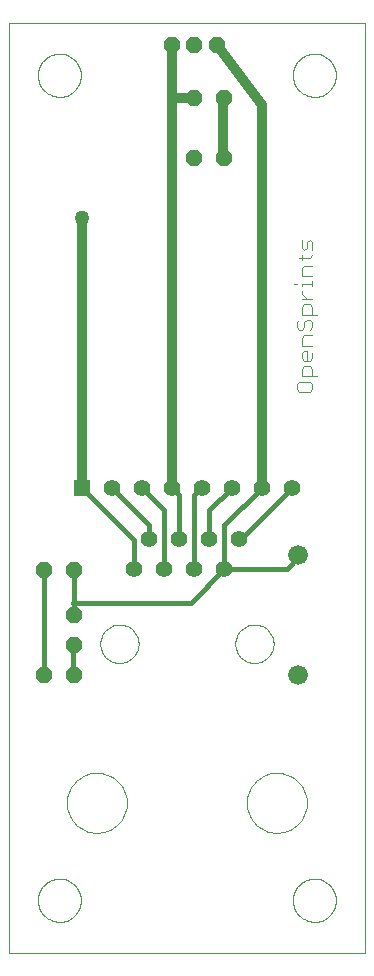
<source format=gtl>
G75*
G70*
%OFA0B0*%
%FSLAX24Y24*%
%IPPOS*%
%LPD*%
%AMOC8*
5,1,8,0,0,1.08239X$1,22.5*
%
%ADD10C,0.0000*%
%ADD11C,0.0040*%
%ADD12OC8,0.0520*%
%ADD13C,0.0660*%
%ADD14C,0.0550*%
%ADD15R,0.0554X0.0554*%
%ADD16OC8,0.0554*%
%ADD17C,0.0160*%
%ADD18C,0.0320*%
%ADD19C,0.0500*%
D10*
X001246Y000107D02*
X001246Y031104D01*
X013116Y031104D01*
X013116Y000107D01*
X001246Y000107D01*
X002211Y001855D02*
X002214Y001920D01*
X002223Y001985D01*
X002238Y002049D01*
X002258Y002111D01*
X002284Y002172D01*
X002316Y002229D01*
X002352Y002283D01*
X002394Y002334D01*
X002440Y002381D01*
X002489Y002424D01*
X002543Y002462D01*
X002600Y002494D01*
X002659Y002522D01*
X002721Y002544D01*
X002785Y002560D01*
X002849Y002570D01*
X002915Y002575D01*
X002980Y002573D01*
X003045Y002566D01*
X003109Y002553D01*
X003172Y002533D01*
X003233Y002509D01*
X003291Y002479D01*
X003346Y002443D01*
X003398Y002403D01*
X003446Y002358D01*
X003490Y002309D01*
X003529Y002257D01*
X003563Y002201D01*
X003591Y002142D01*
X003615Y002081D01*
X003632Y002017D01*
X003644Y001953D01*
X003650Y001888D01*
X003650Y001822D01*
X003644Y001757D01*
X003632Y001693D01*
X003615Y001629D01*
X003591Y001568D01*
X003563Y001509D01*
X003529Y001453D01*
X003490Y001401D01*
X003446Y001352D01*
X003398Y001307D01*
X003346Y001267D01*
X003291Y001231D01*
X003233Y001201D01*
X003172Y001177D01*
X003109Y001157D01*
X003045Y001144D01*
X002980Y001137D01*
X002915Y001135D01*
X002849Y001140D01*
X002785Y001150D01*
X002721Y001166D01*
X002659Y001188D01*
X002600Y001216D01*
X002543Y001248D01*
X002489Y001286D01*
X002440Y001329D01*
X002394Y001376D01*
X002352Y001427D01*
X002316Y001481D01*
X002284Y001538D01*
X002258Y001599D01*
X002238Y001661D01*
X002223Y001725D01*
X002214Y001790D01*
X002211Y001855D01*
X003181Y005105D02*
X003185Y005196D01*
X003198Y005286D01*
X003218Y005375D01*
X003247Y005461D01*
X003283Y005545D01*
X003327Y005625D01*
X003377Y005700D01*
X003435Y005771D01*
X003498Y005836D01*
X003568Y005895D01*
X003642Y005947D01*
X003721Y005993D01*
X003804Y006031D01*
X003889Y006062D01*
X003978Y006084D01*
X004067Y006099D01*
X004158Y006105D01*
X004249Y006103D01*
X004340Y006092D01*
X004429Y006074D01*
X004516Y006047D01*
X004600Y006013D01*
X004681Y005971D01*
X004758Y005922D01*
X004830Y005866D01*
X004896Y005804D01*
X004957Y005736D01*
X005011Y005663D01*
X005058Y005585D01*
X005098Y005503D01*
X005131Y005418D01*
X005155Y005331D01*
X005172Y005241D01*
X005180Y005151D01*
X005180Y005059D01*
X005172Y004969D01*
X005155Y004879D01*
X005131Y004792D01*
X005098Y004707D01*
X005058Y004625D01*
X005011Y004547D01*
X004957Y004474D01*
X004896Y004406D01*
X004830Y004344D01*
X004758Y004288D01*
X004681Y004239D01*
X004600Y004197D01*
X004516Y004163D01*
X004429Y004136D01*
X004340Y004118D01*
X004249Y004107D01*
X004158Y004105D01*
X004067Y004111D01*
X003978Y004126D01*
X003889Y004148D01*
X003804Y004179D01*
X003721Y004217D01*
X003642Y004263D01*
X003568Y004315D01*
X003498Y004374D01*
X003435Y004439D01*
X003377Y004510D01*
X003327Y004585D01*
X003283Y004665D01*
X003247Y004749D01*
X003218Y004835D01*
X003198Y004924D01*
X003185Y005014D01*
X003181Y005105D01*
X004291Y010405D02*
X004294Y010463D01*
X004302Y010521D01*
X004315Y010578D01*
X004333Y010633D01*
X004356Y010686D01*
X004384Y010738D01*
X004417Y010786D01*
X004453Y010831D01*
X004494Y010873D01*
X004539Y010911D01*
X004586Y010944D01*
X004637Y010973D01*
X004689Y010998D01*
X004744Y011017D01*
X004801Y011032D01*
X004858Y011041D01*
X004916Y011045D01*
X004975Y011044D01*
X005033Y011037D01*
X005090Y011025D01*
X005145Y011008D01*
X005199Y010986D01*
X005251Y010959D01*
X005300Y010928D01*
X005346Y010892D01*
X005389Y010852D01*
X005427Y010809D01*
X005462Y010762D01*
X005492Y010712D01*
X005518Y010660D01*
X005539Y010606D01*
X005554Y010549D01*
X005565Y010492D01*
X005570Y010434D01*
X005570Y010376D01*
X005565Y010318D01*
X005554Y010261D01*
X005539Y010204D01*
X005518Y010150D01*
X005492Y010098D01*
X005462Y010048D01*
X005427Y010001D01*
X005389Y009958D01*
X005346Y009918D01*
X005300Y009882D01*
X005251Y009851D01*
X005199Y009824D01*
X005145Y009802D01*
X005090Y009785D01*
X005033Y009773D01*
X004975Y009766D01*
X004916Y009765D01*
X004858Y009769D01*
X004801Y009778D01*
X004744Y009793D01*
X004689Y009812D01*
X004637Y009837D01*
X004586Y009866D01*
X004539Y009899D01*
X004494Y009937D01*
X004453Y009979D01*
X004417Y010024D01*
X004384Y010072D01*
X004356Y010124D01*
X004333Y010177D01*
X004315Y010232D01*
X004302Y010289D01*
X004294Y010347D01*
X004291Y010405D01*
X008791Y010405D02*
X008794Y010463D01*
X008802Y010521D01*
X008815Y010578D01*
X008833Y010633D01*
X008856Y010686D01*
X008884Y010738D01*
X008917Y010786D01*
X008953Y010831D01*
X008994Y010873D01*
X009039Y010911D01*
X009086Y010944D01*
X009137Y010973D01*
X009189Y010998D01*
X009244Y011017D01*
X009301Y011032D01*
X009358Y011041D01*
X009416Y011045D01*
X009475Y011044D01*
X009533Y011037D01*
X009590Y011025D01*
X009645Y011008D01*
X009699Y010986D01*
X009751Y010959D01*
X009800Y010928D01*
X009846Y010892D01*
X009889Y010852D01*
X009927Y010809D01*
X009962Y010762D01*
X009992Y010712D01*
X010018Y010660D01*
X010039Y010606D01*
X010054Y010549D01*
X010065Y010492D01*
X010070Y010434D01*
X010070Y010376D01*
X010065Y010318D01*
X010054Y010261D01*
X010039Y010204D01*
X010018Y010150D01*
X009992Y010098D01*
X009962Y010048D01*
X009927Y010001D01*
X009889Y009958D01*
X009846Y009918D01*
X009800Y009882D01*
X009751Y009851D01*
X009699Y009824D01*
X009645Y009802D01*
X009590Y009785D01*
X009533Y009773D01*
X009475Y009766D01*
X009416Y009765D01*
X009358Y009769D01*
X009301Y009778D01*
X009244Y009793D01*
X009189Y009812D01*
X009137Y009837D01*
X009086Y009866D01*
X009039Y009899D01*
X008994Y009937D01*
X008953Y009979D01*
X008917Y010024D01*
X008884Y010072D01*
X008856Y010124D01*
X008833Y010177D01*
X008815Y010232D01*
X008802Y010289D01*
X008794Y010347D01*
X008791Y010405D01*
X009181Y005105D02*
X009185Y005196D01*
X009198Y005286D01*
X009218Y005375D01*
X009247Y005461D01*
X009283Y005545D01*
X009327Y005625D01*
X009377Y005700D01*
X009435Y005771D01*
X009498Y005836D01*
X009568Y005895D01*
X009642Y005947D01*
X009721Y005993D01*
X009804Y006031D01*
X009889Y006062D01*
X009978Y006084D01*
X010067Y006099D01*
X010158Y006105D01*
X010249Y006103D01*
X010340Y006092D01*
X010429Y006074D01*
X010516Y006047D01*
X010600Y006013D01*
X010681Y005971D01*
X010758Y005922D01*
X010830Y005866D01*
X010896Y005804D01*
X010957Y005736D01*
X011011Y005663D01*
X011058Y005585D01*
X011098Y005503D01*
X011131Y005418D01*
X011155Y005331D01*
X011172Y005241D01*
X011180Y005151D01*
X011180Y005059D01*
X011172Y004969D01*
X011155Y004879D01*
X011131Y004792D01*
X011098Y004707D01*
X011058Y004625D01*
X011011Y004547D01*
X010957Y004474D01*
X010896Y004406D01*
X010830Y004344D01*
X010758Y004288D01*
X010681Y004239D01*
X010600Y004197D01*
X010516Y004163D01*
X010429Y004136D01*
X010340Y004118D01*
X010249Y004107D01*
X010158Y004105D01*
X010067Y004111D01*
X009978Y004126D01*
X009889Y004148D01*
X009804Y004179D01*
X009721Y004217D01*
X009642Y004263D01*
X009568Y004315D01*
X009498Y004374D01*
X009435Y004439D01*
X009377Y004510D01*
X009327Y004585D01*
X009283Y004665D01*
X009247Y004749D01*
X009218Y004835D01*
X009198Y004924D01*
X009185Y005014D01*
X009181Y005105D01*
X010711Y001855D02*
X010714Y001920D01*
X010723Y001985D01*
X010738Y002049D01*
X010758Y002111D01*
X010784Y002172D01*
X010816Y002229D01*
X010852Y002283D01*
X010894Y002334D01*
X010940Y002381D01*
X010989Y002424D01*
X011043Y002462D01*
X011100Y002494D01*
X011159Y002522D01*
X011221Y002544D01*
X011285Y002560D01*
X011349Y002570D01*
X011415Y002575D01*
X011480Y002573D01*
X011545Y002566D01*
X011609Y002553D01*
X011672Y002533D01*
X011733Y002509D01*
X011791Y002479D01*
X011846Y002443D01*
X011898Y002403D01*
X011946Y002358D01*
X011990Y002309D01*
X012029Y002257D01*
X012063Y002201D01*
X012091Y002142D01*
X012115Y002081D01*
X012132Y002017D01*
X012144Y001953D01*
X012150Y001888D01*
X012150Y001822D01*
X012144Y001757D01*
X012132Y001693D01*
X012115Y001629D01*
X012091Y001568D01*
X012063Y001509D01*
X012029Y001453D01*
X011990Y001401D01*
X011946Y001352D01*
X011898Y001307D01*
X011846Y001267D01*
X011791Y001231D01*
X011733Y001201D01*
X011672Y001177D01*
X011609Y001157D01*
X011545Y001144D01*
X011480Y001137D01*
X011415Y001135D01*
X011349Y001140D01*
X011285Y001150D01*
X011221Y001166D01*
X011159Y001188D01*
X011100Y001216D01*
X011043Y001248D01*
X010989Y001286D01*
X010940Y001329D01*
X010894Y001376D01*
X010852Y001427D01*
X010816Y001481D01*
X010784Y001538D01*
X010758Y001599D01*
X010738Y001661D01*
X010723Y001725D01*
X010714Y001790D01*
X010711Y001855D01*
X010711Y029355D02*
X010714Y029420D01*
X010723Y029485D01*
X010738Y029549D01*
X010758Y029611D01*
X010784Y029672D01*
X010816Y029729D01*
X010852Y029783D01*
X010894Y029834D01*
X010940Y029881D01*
X010989Y029924D01*
X011043Y029962D01*
X011100Y029994D01*
X011159Y030022D01*
X011221Y030044D01*
X011285Y030060D01*
X011349Y030070D01*
X011415Y030075D01*
X011480Y030073D01*
X011545Y030066D01*
X011609Y030053D01*
X011672Y030033D01*
X011733Y030009D01*
X011791Y029979D01*
X011846Y029943D01*
X011898Y029903D01*
X011946Y029858D01*
X011990Y029809D01*
X012029Y029757D01*
X012063Y029701D01*
X012091Y029642D01*
X012115Y029581D01*
X012132Y029517D01*
X012144Y029453D01*
X012150Y029388D01*
X012150Y029322D01*
X012144Y029257D01*
X012132Y029193D01*
X012115Y029129D01*
X012091Y029068D01*
X012063Y029009D01*
X012029Y028953D01*
X011990Y028901D01*
X011946Y028852D01*
X011898Y028807D01*
X011846Y028767D01*
X011791Y028731D01*
X011733Y028701D01*
X011672Y028677D01*
X011609Y028657D01*
X011545Y028644D01*
X011480Y028637D01*
X011415Y028635D01*
X011349Y028640D01*
X011285Y028650D01*
X011221Y028666D01*
X011159Y028688D01*
X011100Y028716D01*
X011043Y028748D01*
X010989Y028786D01*
X010940Y028829D01*
X010894Y028876D01*
X010852Y028927D01*
X010816Y028981D01*
X010784Y029038D01*
X010758Y029099D01*
X010738Y029161D01*
X010723Y029225D01*
X010714Y029290D01*
X010711Y029355D01*
X002211Y029355D02*
X002214Y029420D01*
X002223Y029485D01*
X002238Y029549D01*
X002258Y029611D01*
X002284Y029672D01*
X002316Y029729D01*
X002352Y029783D01*
X002394Y029834D01*
X002440Y029881D01*
X002489Y029924D01*
X002543Y029962D01*
X002600Y029994D01*
X002659Y030022D01*
X002721Y030044D01*
X002785Y030060D01*
X002849Y030070D01*
X002915Y030075D01*
X002980Y030073D01*
X003045Y030066D01*
X003109Y030053D01*
X003172Y030033D01*
X003233Y030009D01*
X003291Y029979D01*
X003346Y029943D01*
X003398Y029903D01*
X003446Y029858D01*
X003490Y029809D01*
X003529Y029757D01*
X003563Y029701D01*
X003591Y029642D01*
X003615Y029581D01*
X003632Y029517D01*
X003644Y029453D01*
X003650Y029388D01*
X003650Y029322D01*
X003644Y029257D01*
X003632Y029193D01*
X003615Y029129D01*
X003591Y029068D01*
X003563Y029009D01*
X003529Y028953D01*
X003490Y028901D01*
X003446Y028852D01*
X003398Y028807D01*
X003346Y028767D01*
X003291Y028731D01*
X003233Y028701D01*
X003172Y028677D01*
X003109Y028657D01*
X003045Y028644D01*
X002980Y028637D01*
X002915Y028635D01*
X002849Y028640D01*
X002785Y028650D01*
X002721Y028666D01*
X002659Y028688D01*
X002600Y028716D01*
X002543Y028748D01*
X002489Y028786D01*
X002440Y028829D01*
X002394Y028876D01*
X002352Y028927D01*
X002316Y028981D01*
X002284Y029038D01*
X002258Y029099D01*
X002238Y029161D01*
X002223Y029225D01*
X002214Y029290D01*
X002211Y029355D01*
D11*
X010747Y022411D02*
X010833Y022411D01*
X011007Y022411D02*
X011354Y022411D01*
X011354Y022497D02*
X011354Y022324D01*
X011354Y022668D02*
X011007Y022668D01*
X011007Y022928D01*
X011094Y023015D01*
X011354Y023015D01*
X011267Y023270D02*
X011354Y023357D01*
X011267Y023270D02*
X010920Y023270D01*
X011007Y023183D02*
X011007Y023357D01*
X011094Y023527D02*
X011007Y023614D01*
X011007Y023874D01*
X011180Y023614D02*
X011094Y023527D01*
X011180Y023614D02*
X011180Y023787D01*
X011267Y023874D01*
X011354Y023787D01*
X011354Y023527D01*
X011007Y022411D02*
X011007Y022324D01*
X011007Y022154D02*
X011007Y022068D01*
X011180Y021894D01*
X011007Y021894D02*
X011354Y021894D01*
X011267Y021726D02*
X011354Y021639D01*
X011354Y021379D01*
X011527Y021379D02*
X011007Y021379D01*
X011007Y021639D01*
X011094Y021726D01*
X011267Y021726D01*
X011267Y021210D02*
X011354Y021123D01*
X011354Y020950D01*
X011267Y020863D01*
X011354Y020694D02*
X011094Y020694D01*
X011007Y020608D01*
X011007Y020347D01*
X011354Y020347D01*
X011180Y020179D02*
X011180Y019832D01*
X011094Y019832D02*
X011267Y019832D01*
X011354Y019918D01*
X011354Y020092D01*
X011180Y020179D02*
X011094Y020179D01*
X011007Y020092D01*
X011007Y019918D01*
X011094Y019832D01*
X011094Y019663D02*
X011007Y019576D01*
X011007Y019316D01*
X011527Y019316D01*
X011354Y019316D02*
X011354Y019576D01*
X011267Y019663D01*
X011094Y019663D01*
X011267Y019147D02*
X010920Y019147D01*
X010833Y019061D01*
X010833Y018887D01*
X010920Y018800D01*
X011267Y018800D01*
X011354Y018887D01*
X011354Y019061D01*
X011267Y019147D01*
X011007Y020863D02*
X011094Y020950D01*
X011094Y021123D01*
X011180Y021210D01*
X011267Y021210D01*
X010920Y021210D02*
X010833Y021123D01*
X010833Y020950D01*
X010920Y020863D01*
X011007Y020863D01*
D12*
X008431Y026605D03*
X008431Y028605D03*
X007431Y028605D03*
X007431Y026605D03*
X003431Y012870D03*
X003431Y011367D03*
X003431Y010367D03*
X003431Y009352D03*
X002431Y009352D03*
X002431Y012870D03*
D13*
X010898Y013355D03*
X010898Y009355D03*
D14*
X008931Y013905D03*
X008431Y012905D03*
X007931Y013905D03*
X007431Y012905D03*
X006931Y013905D03*
X006431Y012905D03*
X005931Y013905D03*
X005431Y012905D03*
X005681Y015605D03*
X006681Y015605D03*
X007681Y015605D03*
X008681Y015605D03*
X009681Y015605D03*
X010681Y015605D03*
X004681Y015605D03*
D15*
X003681Y015605D03*
D16*
X006681Y030355D03*
X007431Y030355D03*
X008181Y030355D03*
D17*
X008431Y028605D02*
X008374Y028548D01*
X008374Y026662D02*
X008431Y026605D01*
X008681Y015605D02*
X007931Y014855D01*
X007931Y013905D01*
X007431Y012905D02*
X007431Y015355D01*
X007681Y015605D01*
X008431Y014355D02*
X008431Y012905D01*
X007306Y011780D01*
X003431Y011780D01*
X003374Y011780D01*
X003431Y011780D02*
X003431Y012724D01*
X003374Y012780D01*
X003431Y012837D01*
X003431Y012870D01*
X003374Y012870D01*
X003431Y011780D02*
X003431Y011367D01*
X003374Y011311D01*
X003374Y011280D01*
X003431Y010367D02*
X003374Y010311D01*
X003374Y009296D01*
X003431Y009352D01*
X003374Y009296D02*
X003374Y009280D01*
X002431Y009352D02*
X002431Y012870D01*
X003681Y015605D02*
X005431Y013855D01*
X005431Y012905D01*
X005931Y013905D02*
X005931Y014355D01*
X004681Y015605D01*
X005681Y015605D02*
X006431Y014855D01*
X006431Y012905D01*
X006931Y013905D02*
X006931Y015355D01*
X006681Y015605D01*
X008431Y014355D02*
X009681Y015605D01*
X010681Y015605D02*
X008981Y013905D01*
X008931Y013905D01*
X008431Y012905D02*
X010499Y012905D01*
X010898Y013304D01*
X010898Y013355D01*
D18*
X009681Y015605D02*
X009681Y028355D01*
X008181Y030355D01*
X007431Y028605D02*
X006681Y028605D01*
X006681Y030355D01*
X006681Y028605D02*
X006681Y015605D01*
X003681Y015605D02*
X003681Y024605D01*
X008374Y026662D02*
X008374Y028548D01*
D19*
X003681Y024605D03*
M02*

</source>
